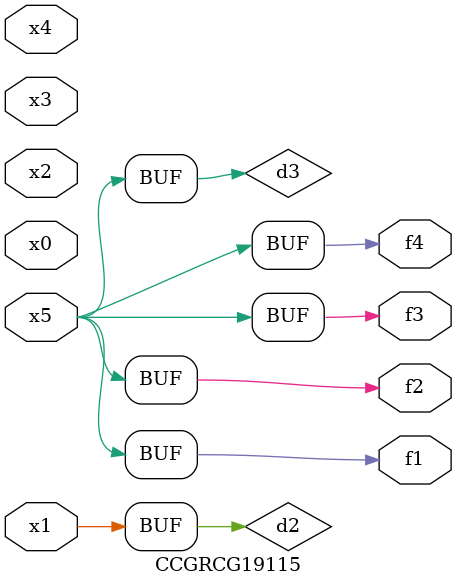
<source format=v>
module CCGRCG19115(
	input x0, x1, x2, x3, x4, x5,
	output f1, f2, f3, f4
);

	wire d1, d2, d3;

	not (d1, x5);
	or (d2, x1);
	xnor (d3, d1);
	assign f1 = d3;
	assign f2 = d3;
	assign f3 = d3;
	assign f4 = d3;
endmodule

</source>
